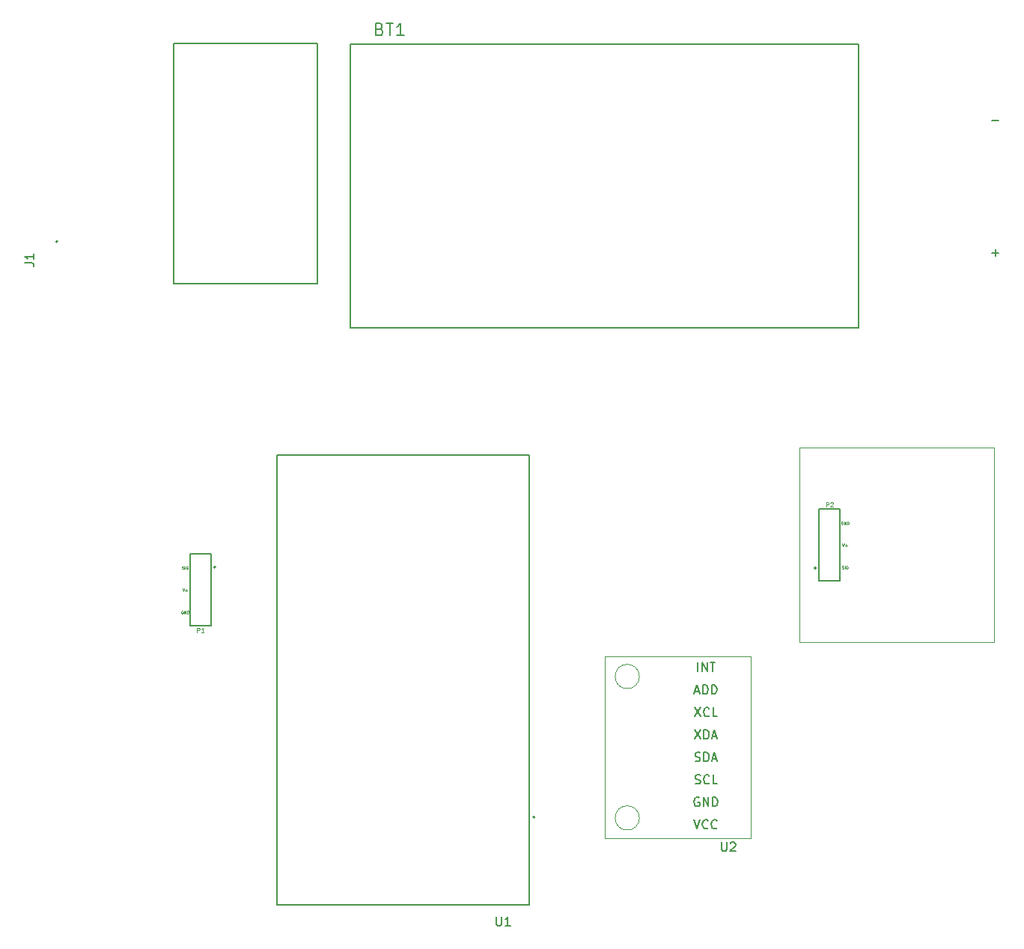
<source format=gbr>
%TF.GenerationSoftware,KiCad,Pcbnew,8.0.6*%
%TF.CreationDate,2025-01-02T10:31:57+08:00*%
%TF.ProjectId,qms_wearables,716d735f-7765-4617-9261-626c65732e6b,rev?*%
%TF.SameCoordinates,Original*%
%TF.FileFunction,Legend,Top*%
%TF.FilePolarity,Positive*%
%FSLAX46Y46*%
G04 Gerber Fmt 4.6, Leading zero omitted, Abs format (unit mm)*
G04 Created by KiCad (PCBNEW 8.0.6) date 2025-01-02 10:31:57*
%MOMM*%
%LPD*%
G01*
G04 APERTURE LIST*
%ADD10C,0.150000*%
%ADD11C,0.120224*%
%ADD12C,0.080234*%
%ADD13C,0.080161*%
%ADD14C,0.080268*%
%ADD15C,0.120000*%
%ADD16C,0.127000*%
%ADD17C,0.152400*%
%ADD18C,0.200000*%
G04 APERTURE END LIST*
D10*
X155448095Y-135217819D02*
X155448095Y-136027342D01*
X155448095Y-136027342D02*
X155495714Y-136122580D01*
X155495714Y-136122580D02*
X155543333Y-136170200D01*
X155543333Y-136170200D02*
X155638571Y-136217819D01*
X155638571Y-136217819D02*
X155829047Y-136217819D01*
X155829047Y-136217819D02*
X155924285Y-136170200D01*
X155924285Y-136170200D02*
X155971904Y-136122580D01*
X155971904Y-136122580D02*
X156019523Y-136027342D01*
X156019523Y-136027342D02*
X156019523Y-135217819D01*
X156448095Y-135313057D02*
X156495714Y-135265438D01*
X156495714Y-135265438D02*
X156590952Y-135217819D01*
X156590952Y-135217819D02*
X156829047Y-135217819D01*
X156829047Y-135217819D02*
X156924285Y-135265438D01*
X156924285Y-135265438D02*
X156971904Y-135313057D01*
X156971904Y-135313057D02*
X157019523Y-135408295D01*
X157019523Y-135408295D02*
X157019523Y-135503533D01*
X157019523Y-135503533D02*
X156971904Y-135646390D01*
X156971904Y-135646390D02*
X156400476Y-136217819D01*
X156400476Y-136217819D02*
X157019523Y-136217819D01*
X152479524Y-128550200D02*
X152622381Y-128597819D01*
X152622381Y-128597819D02*
X152860476Y-128597819D01*
X152860476Y-128597819D02*
X152955714Y-128550200D01*
X152955714Y-128550200D02*
X153003333Y-128502580D01*
X153003333Y-128502580D02*
X153050952Y-128407342D01*
X153050952Y-128407342D02*
X153050952Y-128312104D01*
X153050952Y-128312104D02*
X153003333Y-128216866D01*
X153003333Y-128216866D02*
X152955714Y-128169247D01*
X152955714Y-128169247D02*
X152860476Y-128121628D01*
X152860476Y-128121628D02*
X152670000Y-128074009D01*
X152670000Y-128074009D02*
X152574762Y-128026390D01*
X152574762Y-128026390D02*
X152527143Y-127978771D01*
X152527143Y-127978771D02*
X152479524Y-127883533D01*
X152479524Y-127883533D02*
X152479524Y-127788295D01*
X152479524Y-127788295D02*
X152527143Y-127693057D01*
X152527143Y-127693057D02*
X152574762Y-127645438D01*
X152574762Y-127645438D02*
X152670000Y-127597819D01*
X152670000Y-127597819D02*
X152908095Y-127597819D01*
X152908095Y-127597819D02*
X153050952Y-127645438D01*
X154050952Y-128502580D02*
X154003333Y-128550200D01*
X154003333Y-128550200D02*
X153860476Y-128597819D01*
X153860476Y-128597819D02*
X153765238Y-128597819D01*
X153765238Y-128597819D02*
X153622381Y-128550200D01*
X153622381Y-128550200D02*
X153527143Y-128454961D01*
X153527143Y-128454961D02*
X153479524Y-128359723D01*
X153479524Y-128359723D02*
X153431905Y-128169247D01*
X153431905Y-128169247D02*
X153431905Y-128026390D01*
X153431905Y-128026390D02*
X153479524Y-127835914D01*
X153479524Y-127835914D02*
X153527143Y-127740676D01*
X153527143Y-127740676D02*
X153622381Y-127645438D01*
X153622381Y-127645438D02*
X153765238Y-127597819D01*
X153765238Y-127597819D02*
X153860476Y-127597819D01*
X153860476Y-127597819D02*
X154003333Y-127645438D01*
X154003333Y-127645438D02*
X154050952Y-127693057D01*
X154955714Y-128597819D02*
X154479524Y-128597819D01*
X154479524Y-128597819D02*
X154479524Y-127597819D01*
X152765238Y-115897819D02*
X152765238Y-114897819D01*
X153241428Y-115897819D02*
X153241428Y-114897819D01*
X153241428Y-114897819D02*
X153812856Y-115897819D01*
X153812856Y-115897819D02*
X153812856Y-114897819D01*
X154146190Y-114897819D02*
X154717618Y-114897819D01*
X154431904Y-115897819D02*
X154431904Y-114897819D01*
X152408095Y-122517819D02*
X153074761Y-123517819D01*
X153074761Y-122517819D02*
X152408095Y-123517819D01*
X153455714Y-123517819D02*
X153455714Y-122517819D01*
X153455714Y-122517819D02*
X153693809Y-122517819D01*
X153693809Y-122517819D02*
X153836666Y-122565438D01*
X153836666Y-122565438D02*
X153931904Y-122660676D01*
X153931904Y-122660676D02*
X153979523Y-122755914D01*
X153979523Y-122755914D02*
X154027142Y-122946390D01*
X154027142Y-122946390D02*
X154027142Y-123089247D01*
X154027142Y-123089247D02*
X153979523Y-123279723D01*
X153979523Y-123279723D02*
X153931904Y-123374961D01*
X153931904Y-123374961D02*
X153836666Y-123470200D01*
X153836666Y-123470200D02*
X153693809Y-123517819D01*
X153693809Y-123517819D02*
X153455714Y-123517819D01*
X154408095Y-123232104D02*
X154884285Y-123232104D01*
X154312857Y-123517819D02*
X154646190Y-122517819D01*
X154646190Y-122517819D02*
X154979523Y-123517819D01*
X152431905Y-119977819D02*
X153098571Y-120977819D01*
X153098571Y-119977819D02*
X152431905Y-120977819D01*
X154050952Y-120882580D02*
X154003333Y-120930200D01*
X154003333Y-120930200D02*
X153860476Y-120977819D01*
X153860476Y-120977819D02*
X153765238Y-120977819D01*
X153765238Y-120977819D02*
X153622381Y-120930200D01*
X153622381Y-120930200D02*
X153527143Y-120834961D01*
X153527143Y-120834961D02*
X153479524Y-120739723D01*
X153479524Y-120739723D02*
X153431905Y-120549247D01*
X153431905Y-120549247D02*
X153431905Y-120406390D01*
X153431905Y-120406390D02*
X153479524Y-120215914D01*
X153479524Y-120215914D02*
X153527143Y-120120676D01*
X153527143Y-120120676D02*
X153622381Y-120025438D01*
X153622381Y-120025438D02*
X153765238Y-119977819D01*
X153765238Y-119977819D02*
X153860476Y-119977819D01*
X153860476Y-119977819D02*
X154003333Y-120025438D01*
X154003333Y-120025438D02*
X154050952Y-120073057D01*
X154955714Y-120977819D02*
X154479524Y-120977819D01*
X154479524Y-120977819D02*
X154479524Y-119977819D01*
X152455714Y-126010200D02*
X152598571Y-126057819D01*
X152598571Y-126057819D02*
X152836666Y-126057819D01*
X152836666Y-126057819D02*
X152931904Y-126010200D01*
X152931904Y-126010200D02*
X152979523Y-125962580D01*
X152979523Y-125962580D02*
X153027142Y-125867342D01*
X153027142Y-125867342D02*
X153027142Y-125772104D01*
X153027142Y-125772104D02*
X152979523Y-125676866D01*
X152979523Y-125676866D02*
X152931904Y-125629247D01*
X152931904Y-125629247D02*
X152836666Y-125581628D01*
X152836666Y-125581628D02*
X152646190Y-125534009D01*
X152646190Y-125534009D02*
X152550952Y-125486390D01*
X152550952Y-125486390D02*
X152503333Y-125438771D01*
X152503333Y-125438771D02*
X152455714Y-125343533D01*
X152455714Y-125343533D02*
X152455714Y-125248295D01*
X152455714Y-125248295D02*
X152503333Y-125153057D01*
X152503333Y-125153057D02*
X152550952Y-125105438D01*
X152550952Y-125105438D02*
X152646190Y-125057819D01*
X152646190Y-125057819D02*
X152884285Y-125057819D01*
X152884285Y-125057819D02*
X153027142Y-125105438D01*
X153455714Y-126057819D02*
X153455714Y-125057819D01*
X153455714Y-125057819D02*
X153693809Y-125057819D01*
X153693809Y-125057819D02*
X153836666Y-125105438D01*
X153836666Y-125105438D02*
X153931904Y-125200676D01*
X153931904Y-125200676D02*
X153979523Y-125295914D01*
X153979523Y-125295914D02*
X154027142Y-125486390D01*
X154027142Y-125486390D02*
X154027142Y-125629247D01*
X154027142Y-125629247D02*
X153979523Y-125819723D01*
X153979523Y-125819723D02*
X153931904Y-125914961D01*
X153931904Y-125914961D02*
X153836666Y-126010200D01*
X153836666Y-126010200D02*
X153693809Y-126057819D01*
X153693809Y-126057819D02*
X153455714Y-126057819D01*
X154408095Y-125772104D02*
X154884285Y-125772104D01*
X154312857Y-126057819D02*
X154646190Y-125057819D01*
X154646190Y-125057819D02*
X154979523Y-126057819D01*
X152431905Y-118152104D02*
X152908095Y-118152104D01*
X152336667Y-118437819D02*
X152670000Y-117437819D01*
X152670000Y-117437819D02*
X153003333Y-118437819D01*
X153336667Y-118437819D02*
X153336667Y-117437819D01*
X153336667Y-117437819D02*
X153574762Y-117437819D01*
X153574762Y-117437819D02*
X153717619Y-117485438D01*
X153717619Y-117485438D02*
X153812857Y-117580676D01*
X153812857Y-117580676D02*
X153860476Y-117675914D01*
X153860476Y-117675914D02*
X153908095Y-117866390D01*
X153908095Y-117866390D02*
X153908095Y-118009247D01*
X153908095Y-118009247D02*
X153860476Y-118199723D01*
X153860476Y-118199723D02*
X153812857Y-118294961D01*
X153812857Y-118294961D02*
X153717619Y-118390200D01*
X153717619Y-118390200D02*
X153574762Y-118437819D01*
X153574762Y-118437819D02*
X153336667Y-118437819D01*
X154336667Y-118437819D02*
X154336667Y-117437819D01*
X154336667Y-117437819D02*
X154574762Y-117437819D01*
X154574762Y-117437819D02*
X154717619Y-117485438D01*
X154717619Y-117485438D02*
X154812857Y-117580676D01*
X154812857Y-117580676D02*
X154860476Y-117675914D01*
X154860476Y-117675914D02*
X154908095Y-117866390D01*
X154908095Y-117866390D02*
X154908095Y-118009247D01*
X154908095Y-118009247D02*
X154860476Y-118199723D01*
X154860476Y-118199723D02*
X154812857Y-118294961D01*
X154812857Y-118294961D02*
X154717619Y-118390200D01*
X154717619Y-118390200D02*
X154574762Y-118437819D01*
X154574762Y-118437819D02*
X154336667Y-118437819D01*
X152908095Y-130185438D02*
X152812857Y-130137819D01*
X152812857Y-130137819D02*
X152670000Y-130137819D01*
X152670000Y-130137819D02*
X152527143Y-130185438D01*
X152527143Y-130185438D02*
X152431905Y-130280676D01*
X152431905Y-130280676D02*
X152384286Y-130375914D01*
X152384286Y-130375914D02*
X152336667Y-130566390D01*
X152336667Y-130566390D02*
X152336667Y-130709247D01*
X152336667Y-130709247D02*
X152384286Y-130899723D01*
X152384286Y-130899723D02*
X152431905Y-130994961D01*
X152431905Y-130994961D02*
X152527143Y-131090200D01*
X152527143Y-131090200D02*
X152670000Y-131137819D01*
X152670000Y-131137819D02*
X152765238Y-131137819D01*
X152765238Y-131137819D02*
X152908095Y-131090200D01*
X152908095Y-131090200D02*
X152955714Y-131042580D01*
X152955714Y-131042580D02*
X152955714Y-130709247D01*
X152955714Y-130709247D02*
X152765238Y-130709247D01*
X153384286Y-131137819D02*
X153384286Y-130137819D01*
X153384286Y-130137819D02*
X153955714Y-131137819D01*
X153955714Y-131137819D02*
X153955714Y-130137819D01*
X154431905Y-131137819D02*
X154431905Y-130137819D01*
X154431905Y-130137819D02*
X154670000Y-130137819D01*
X154670000Y-130137819D02*
X154812857Y-130185438D01*
X154812857Y-130185438D02*
X154908095Y-130280676D01*
X154908095Y-130280676D02*
X154955714Y-130375914D01*
X154955714Y-130375914D02*
X155003333Y-130566390D01*
X155003333Y-130566390D02*
X155003333Y-130709247D01*
X155003333Y-130709247D02*
X154955714Y-130899723D01*
X154955714Y-130899723D02*
X154908095Y-130994961D01*
X154908095Y-130994961D02*
X154812857Y-131090200D01*
X154812857Y-131090200D02*
X154670000Y-131137819D01*
X154670000Y-131137819D02*
X154431905Y-131137819D01*
X152336667Y-132677819D02*
X152670000Y-133677819D01*
X152670000Y-133677819D02*
X153003333Y-132677819D01*
X153908095Y-133582580D02*
X153860476Y-133630200D01*
X153860476Y-133630200D02*
X153717619Y-133677819D01*
X153717619Y-133677819D02*
X153622381Y-133677819D01*
X153622381Y-133677819D02*
X153479524Y-133630200D01*
X153479524Y-133630200D02*
X153384286Y-133534961D01*
X153384286Y-133534961D02*
X153336667Y-133439723D01*
X153336667Y-133439723D02*
X153289048Y-133249247D01*
X153289048Y-133249247D02*
X153289048Y-133106390D01*
X153289048Y-133106390D02*
X153336667Y-132915914D01*
X153336667Y-132915914D02*
X153384286Y-132820676D01*
X153384286Y-132820676D02*
X153479524Y-132725438D01*
X153479524Y-132725438D02*
X153622381Y-132677819D01*
X153622381Y-132677819D02*
X153717619Y-132677819D01*
X153717619Y-132677819D02*
X153860476Y-132725438D01*
X153860476Y-132725438D02*
X153908095Y-132773057D01*
X154908095Y-133582580D02*
X154860476Y-133630200D01*
X154860476Y-133630200D02*
X154717619Y-133677819D01*
X154717619Y-133677819D02*
X154622381Y-133677819D01*
X154622381Y-133677819D02*
X154479524Y-133630200D01*
X154479524Y-133630200D02*
X154384286Y-133534961D01*
X154384286Y-133534961D02*
X154336667Y-133439723D01*
X154336667Y-133439723D02*
X154289048Y-133249247D01*
X154289048Y-133249247D02*
X154289048Y-133106390D01*
X154289048Y-133106390D02*
X154336667Y-132915914D01*
X154336667Y-132915914D02*
X154384286Y-132820676D01*
X154384286Y-132820676D02*
X154479524Y-132725438D01*
X154479524Y-132725438D02*
X154622381Y-132677819D01*
X154622381Y-132677819D02*
X154717619Y-132677819D01*
X154717619Y-132677819D02*
X154860476Y-132725438D01*
X154860476Y-132725438D02*
X154908095Y-132773057D01*
D11*
X96141004Y-111459497D02*
X96141004Y-110978603D01*
X96141004Y-110978603D02*
X96324202Y-110978603D01*
X96324202Y-110978603D02*
X96370001Y-111001503D01*
X96370001Y-111001503D02*
X96392901Y-111024403D01*
X96392901Y-111024403D02*
X96415801Y-111070202D01*
X96415801Y-111070202D02*
X96415801Y-111138901D01*
X96415801Y-111138901D02*
X96392901Y-111184701D01*
X96392901Y-111184701D02*
X96370001Y-111207600D01*
X96370001Y-111207600D02*
X96324202Y-111230500D01*
X96324202Y-111230500D02*
X96141004Y-111230500D01*
X96873795Y-111459497D02*
X96598998Y-111459497D01*
X96736397Y-111459497D02*
X96736397Y-110978603D01*
X96736397Y-110978603D02*
X96690597Y-111047302D01*
X96690597Y-111047302D02*
X96644798Y-111093102D01*
X96644798Y-111093102D02*
X96598998Y-111116002D01*
D12*
X94436304Y-104301706D02*
X94482152Y-104316988D01*
X94482152Y-104316988D02*
X94558565Y-104316988D01*
X94558565Y-104316988D02*
X94589130Y-104301706D01*
X94589130Y-104301706D02*
X94604413Y-104286423D01*
X94604413Y-104286423D02*
X94619695Y-104255858D01*
X94619695Y-104255858D02*
X94619695Y-104225292D01*
X94619695Y-104225292D02*
X94604413Y-104194727D01*
X94604413Y-104194727D02*
X94589130Y-104179445D01*
X94589130Y-104179445D02*
X94558565Y-104164162D01*
X94558565Y-104164162D02*
X94497434Y-104148879D01*
X94497434Y-104148879D02*
X94466869Y-104133597D01*
X94466869Y-104133597D02*
X94451587Y-104118314D01*
X94451587Y-104118314D02*
X94436304Y-104087749D01*
X94436304Y-104087749D02*
X94436304Y-104057184D01*
X94436304Y-104057184D02*
X94451587Y-104026618D01*
X94451587Y-104026618D02*
X94466869Y-104011336D01*
X94466869Y-104011336D02*
X94497434Y-103996053D01*
X94497434Y-103996053D02*
X94573848Y-103996053D01*
X94573848Y-103996053D02*
X94619695Y-104011336D01*
X94757239Y-104316988D02*
X94757239Y-103996053D01*
X95078173Y-104011336D02*
X95047608Y-103996053D01*
X95047608Y-103996053D02*
X95001760Y-103996053D01*
X95001760Y-103996053D02*
X94955912Y-104011336D01*
X94955912Y-104011336D02*
X94925347Y-104041901D01*
X94925347Y-104041901D02*
X94910065Y-104072466D01*
X94910065Y-104072466D02*
X94894782Y-104133597D01*
X94894782Y-104133597D02*
X94894782Y-104179445D01*
X94894782Y-104179445D02*
X94910065Y-104240575D01*
X94910065Y-104240575D02*
X94925347Y-104271140D01*
X94925347Y-104271140D02*
X94955912Y-104301706D01*
X94955912Y-104301706D02*
X95001760Y-104316988D01*
X95001760Y-104316988D02*
X95032326Y-104316988D01*
X95032326Y-104316988D02*
X95078173Y-104301706D01*
X95078173Y-104301706D02*
X95093456Y-104286423D01*
X95093456Y-104286423D02*
X95093456Y-104179445D01*
X95093456Y-104179445D02*
X95032326Y-104179445D01*
D13*
X94522178Y-109023821D02*
X94491641Y-109008552D01*
X94491641Y-109008552D02*
X94445834Y-109008552D01*
X94445834Y-109008552D02*
X94400028Y-109023821D01*
X94400028Y-109023821D02*
X94369490Y-109054359D01*
X94369490Y-109054359D02*
X94354222Y-109084896D01*
X94354222Y-109084896D02*
X94338953Y-109145972D01*
X94338953Y-109145972D02*
X94338953Y-109191778D01*
X94338953Y-109191778D02*
X94354222Y-109252853D01*
X94354222Y-109252853D02*
X94369490Y-109283391D01*
X94369490Y-109283391D02*
X94400028Y-109313929D01*
X94400028Y-109313929D02*
X94445834Y-109329197D01*
X94445834Y-109329197D02*
X94476372Y-109329197D01*
X94476372Y-109329197D02*
X94522178Y-109313929D01*
X94522178Y-109313929D02*
X94537447Y-109298660D01*
X94537447Y-109298660D02*
X94537447Y-109191778D01*
X94537447Y-109191778D02*
X94476372Y-109191778D01*
X94674867Y-109329197D02*
X94674867Y-109008552D01*
X94674867Y-109008552D02*
X94858092Y-109329197D01*
X94858092Y-109329197D02*
X94858092Y-109008552D01*
X95010781Y-109329197D02*
X95010781Y-109008552D01*
X95010781Y-109008552D02*
X95087125Y-109008552D01*
X95087125Y-109008552D02*
X95132931Y-109023821D01*
X95132931Y-109023821D02*
X95163469Y-109054359D01*
X95163469Y-109054359D02*
X95178737Y-109084896D01*
X95178737Y-109084896D02*
X95194006Y-109145972D01*
X95194006Y-109145972D02*
X95194006Y-109191778D01*
X95194006Y-109191778D02*
X95178737Y-109252853D01*
X95178737Y-109252853D02*
X95163469Y-109283391D01*
X95163469Y-109283391D02*
X95132931Y-109313929D01*
X95132931Y-109313929D02*
X95087125Y-109329197D01*
X95087125Y-109329197D02*
X95010781Y-109329197D01*
D14*
X94458357Y-106503288D02*
X94565381Y-106824360D01*
X94565381Y-106824360D02*
X94672405Y-106503288D01*
X94779429Y-106702047D02*
X95024056Y-106702047D01*
X94901742Y-106824360D02*
X94901742Y-106579733D01*
D10*
X129973095Y-143654819D02*
X129973095Y-144464342D01*
X129973095Y-144464342D02*
X130020714Y-144559580D01*
X130020714Y-144559580D02*
X130068333Y-144607200D01*
X130068333Y-144607200D02*
X130163571Y-144654819D01*
X130163571Y-144654819D02*
X130354047Y-144654819D01*
X130354047Y-144654819D02*
X130449285Y-144607200D01*
X130449285Y-144607200D02*
X130496904Y-144559580D01*
X130496904Y-144559580D02*
X130544523Y-144464342D01*
X130544523Y-144464342D02*
X130544523Y-143654819D01*
X131544523Y-144654819D02*
X130973095Y-144654819D01*
X131258809Y-144654819D02*
X131258809Y-143654819D01*
X131258809Y-143654819D02*
X131163571Y-143797676D01*
X131163571Y-143797676D02*
X131068333Y-143892914D01*
X131068333Y-143892914D02*
X130973095Y-143940533D01*
D11*
X167309104Y-97252941D02*
X167309104Y-96772047D01*
X167309104Y-96772047D02*
X167492302Y-96772047D01*
X167492302Y-96772047D02*
X167538101Y-96794947D01*
X167538101Y-96794947D02*
X167561001Y-96817847D01*
X167561001Y-96817847D02*
X167583901Y-96863646D01*
X167583901Y-96863646D02*
X167583901Y-96932345D01*
X167583901Y-96932345D02*
X167561001Y-96978145D01*
X167561001Y-96978145D02*
X167538101Y-97001044D01*
X167538101Y-97001044D02*
X167492302Y-97023944D01*
X167492302Y-97023944D02*
X167309104Y-97023944D01*
X167767098Y-96817847D02*
X167789998Y-96794947D01*
X167789998Y-96794947D02*
X167835798Y-96772047D01*
X167835798Y-96772047D02*
X167950296Y-96772047D01*
X167950296Y-96772047D02*
X167996096Y-96794947D01*
X167996096Y-96794947D02*
X168018995Y-96817847D01*
X168018995Y-96817847D02*
X168041895Y-96863646D01*
X168041895Y-96863646D02*
X168041895Y-96909446D01*
X168041895Y-96909446D02*
X168018995Y-96978145D01*
X168018995Y-96978145D02*
X167744199Y-97252941D01*
X167744199Y-97252941D02*
X168041895Y-97252941D01*
D12*
X169066544Y-104236326D02*
X169112392Y-104251608D01*
X169112392Y-104251608D02*
X169188805Y-104251608D01*
X169188805Y-104251608D02*
X169219370Y-104236326D01*
X169219370Y-104236326D02*
X169234653Y-104221043D01*
X169234653Y-104221043D02*
X169249935Y-104190478D01*
X169249935Y-104190478D02*
X169249935Y-104159912D01*
X169249935Y-104159912D02*
X169234653Y-104129347D01*
X169234653Y-104129347D02*
X169219370Y-104114065D01*
X169219370Y-104114065D02*
X169188805Y-104098782D01*
X169188805Y-104098782D02*
X169127674Y-104083499D01*
X169127674Y-104083499D02*
X169097109Y-104068217D01*
X169097109Y-104068217D02*
X169081827Y-104052934D01*
X169081827Y-104052934D02*
X169066544Y-104022369D01*
X169066544Y-104022369D02*
X169066544Y-103991804D01*
X169066544Y-103991804D02*
X169081827Y-103961238D01*
X169081827Y-103961238D02*
X169097109Y-103945956D01*
X169097109Y-103945956D02*
X169127674Y-103930673D01*
X169127674Y-103930673D02*
X169204088Y-103930673D01*
X169204088Y-103930673D02*
X169249935Y-103945956D01*
X169387479Y-104251608D02*
X169387479Y-103930673D01*
X169708413Y-103945956D02*
X169677848Y-103930673D01*
X169677848Y-103930673D02*
X169632000Y-103930673D01*
X169632000Y-103930673D02*
X169586152Y-103945956D01*
X169586152Y-103945956D02*
X169555587Y-103976521D01*
X169555587Y-103976521D02*
X169540305Y-104007086D01*
X169540305Y-104007086D02*
X169525022Y-104068217D01*
X169525022Y-104068217D02*
X169525022Y-104114065D01*
X169525022Y-104114065D02*
X169540305Y-104175195D01*
X169540305Y-104175195D02*
X169555587Y-104205760D01*
X169555587Y-104205760D02*
X169586152Y-104236326D01*
X169586152Y-104236326D02*
X169632000Y-104251608D01*
X169632000Y-104251608D02*
X169662566Y-104251608D01*
X169662566Y-104251608D02*
X169708413Y-104236326D01*
X169708413Y-104236326D02*
X169723696Y-104221043D01*
X169723696Y-104221043D02*
X169723696Y-104114065D01*
X169723696Y-104114065D02*
X169662566Y-104114065D01*
D14*
X169090077Y-101423288D02*
X169197101Y-101744360D01*
X169197101Y-101744360D02*
X169304125Y-101423288D01*
X169411149Y-101622047D02*
X169655776Y-101622047D01*
X169533462Y-101744360D02*
X169533462Y-101499733D01*
D13*
X169149218Y-98933761D02*
X169118681Y-98918492D01*
X169118681Y-98918492D02*
X169072874Y-98918492D01*
X169072874Y-98918492D02*
X169027068Y-98933761D01*
X169027068Y-98933761D02*
X168996530Y-98964299D01*
X168996530Y-98964299D02*
X168981262Y-98994836D01*
X168981262Y-98994836D02*
X168965993Y-99055912D01*
X168965993Y-99055912D02*
X168965993Y-99101718D01*
X168965993Y-99101718D02*
X168981262Y-99162793D01*
X168981262Y-99162793D02*
X168996530Y-99193331D01*
X168996530Y-99193331D02*
X169027068Y-99223869D01*
X169027068Y-99223869D02*
X169072874Y-99239137D01*
X169072874Y-99239137D02*
X169103412Y-99239137D01*
X169103412Y-99239137D02*
X169149218Y-99223869D01*
X169149218Y-99223869D02*
X169164487Y-99208600D01*
X169164487Y-99208600D02*
X169164487Y-99101718D01*
X169164487Y-99101718D02*
X169103412Y-99101718D01*
X169301907Y-99239137D02*
X169301907Y-98918492D01*
X169301907Y-98918492D02*
X169485132Y-99239137D01*
X169485132Y-99239137D02*
X169485132Y-98918492D01*
X169637821Y-99239137D02*
X169637821Y-98918492D01*
X169637821Y-98918492D02*
X169714165Y-98918492D01*
X169714165Y-98918492D02*
X169759971Y-98933761D01*
X169759971Y-98933761D02*
X169790509Y-98964299D01*
X169790509Y-98964299D02*
X169805777Y-98994836D01*
X169805777Y-98994836D02*
X169821046Y-99055912D01*
X169821046Y-99055912D02*
X169821046Y-99101718D01*
X169821046Y-99101718D02*
X169805777Y-99162793D01*
X169805777Y-99162793D02*
X169790509Y-99193331D01*
X169790509Y-99193331D02*
X169759971Y-99223869D01*
X169759971Y-99223869D02*
X169714165Y-99239137D01*
X169714165Y-99239137D02*
X169637821Y-99239137D01*
D10*
X116786750Y-43202533D02*
X116986750Y-43269200D01*
X116986750Y-43269200D02*
X117053416Y-43335866D01*
X117053416Y-43335866D02*
X117120083Y-43469200D01*
X117120083Y-43469200D02*
X117120083Y-43669200D01*
X117120083Y-43669200D02*
X117053416Y-43802533D01*
X117053416Y-43802533D02*
X116986750Y-43869200D01*
X116986750Y-43869200D02*
X116853416Y-43935866D01*
X116853416Y-43935866D02*
X116320083Y-43935866D01*
X116320083Y-43935866D02*
X116320083Y-42535866D01*
X116320083Y-42535866D02*
X116786750Y-42535866D01*
X116786750Y-42535866D02*
X116920083Y-42602533D01*
X116920083Y-42602533D02*
X116986750Y-42669200D01*
X116986750Y-42669200D02*
X117053416Y-42802533D01*
X117053416Y-42802533D02*
X117053416Y-42935866D01*
X117053416Y-42935866D02*
X116986750Y-43069200D01*
X116986750Y-43069200D02*
X116920083Y-43135866D01*
X116920083Y-43135866D02*
X116786750Y-43202533D01*
X116786750Y-43202533D02*
X116320083Y-43202533D01*
X117520083Y-42535866D02*
X118320083Y-42535866D01*
X117920083Y-43935866D02*
X117920083Y-42535866D01*
X119520083Y-43935866D02*
X118720083Y-43935866D01*
X119120083Y-43935866D02*
X119120083Y-42535866D01*
X119120083Y-42535866D02*
X118986750Y-42735866D01*
X118986750Y-42735866D02*
X118853417Y-42869200D01*
X118853417Y-42869200D02*
X118720083Y-42935866D01*
X186040798Y-68533866D02*
X186802703Y-68533866D01*
X186421750Y-68914819D02*
X186421750Y-68152914D01*
X186040798Y-53533866D02*
X186802703Y-53533866D01*
X76664819Y-69663333D02*
X77379104Y-69663333D01*
X77379104Y-69663333D02*
X77521961Y-69710952D01*
X77521961Y-69710952D02*
X77617200Y-69806190D01*
X77617200Y-69806190D02*
X77664819Y-69949047D01*
X77664819Y-69949047D02*
X77664819Y-70044285D01*
X77664819Y-68663333D02*
X77664819Y-69234761D01*
X77664819Y-68949047D02*
X76664819Y-68949047D01*
X76664819Y-68949047D02*
X76807676Y-69044285D01*
X76807676Y-69044285D02*
X76902914Y-69139523D01*
X76902914Y-69139523D02*
X76950533Y-69234761D01*
D15*
%TO.C,U2*%
X142240000Y-114173000D02*
X158750000Y-114173000D01*
X142240000Y-134747000D02*
X142240000Y-114173000D01*
X158750000Y-114173000D02*
X158750000Y-134747000D01*
X158750000Y-134747000D02*
X142240000Y-134747000D01*
X146147832Y-116459000D02*
G75*
G02*
X143412168Y-116459000I-1367832J0D01*
G01*
X143412168Y-116459000D02*
G75*
G02*
X146147832Y-116459000I1367832J0D01*
G01*
X146147832Y-132461000D02*
G75*
G02*
X143412168Y-132461000I-1367832J0D01*
G01*
X143412168Y-132461000D02*
G75*
G02*
X146147832Y-132461000I1367832J0D01*
G01*
D16*
%TO.C,P1*%
X95315000Y-102615000D02*
X97725000Y-102615000D01*
X95315000Y-110745000D02*
X95315000Y-102615000D01*
X97725000Y-102615000D02*
X97725000Y-110745000D01*
X97725000Y-110745000D02*
X95315000Y-110745000D01*
D17*
X98220000Y-104080000D02*
G75*
G02*
X98020000Y-104080000I-100000J0D01*
G01*
X98020000Y-104080000D02*
G75*
G02*
X98220000Y-104080000I100000J0D01*
G01*
D16*
%TO.C,U1*%
X105150000Y-91365000D02*
X133660000Y-91365000D01*
X105150000Y-142315000D02*
X105150000Y-91365000D01*
X105150000Y-142315000D02*
X105150000Y-91365000D01*
X110600000Y-91365000D02*
X105150000Y-91365000D01*
X115880000Y-142315000D02*
X105150000Y-142315000D01*
X122591000Y-142315000D02*
X115880000Y-142315000D01*
X128290000Y-91365000D02*
X110600000Y-91365000D01*
X133660000Y-91365000D02*
X128290000Y-91365000D01*
X133660000Y-91365000D02*
X133660000Y-142315000D01*
X133660000Y-91365000D02*
X133660000Y-142315000D01*
X133660000Y-142315000D02*
X105150000Y-142315000D01*
X133660000Y-142315000D02*
X122591000Y-142315000D01*
D18*
X134330000Y-132355000D02*
G75*
G02*
X134130000Y-132355000I-100000J0D01*
G01*
X134130000Y-132355000D02*
G75*
G02*
X134330000Y-132355000I100000J0D01*
G01*
D16*
%TO.C,P2*%
X166435000Y-97535000D02*
X168845000Y-97535000D01*
X166435000Y-105665000D02*
X166435000Y-97535000D01*
X168845000Y-97535000D02*
X168845000Y-105665000D01*
X168845000Y-105665000D02*
X166435000Y-105665000D01*
D15*
X164260000Y-90600000D02*
X186260000Y-90600000D01*
X186260000Y-112600000D01*
X164260000Y-112600000D01*
X164260000Y-90600000D01*
D17*
X166140000Y-104200000D02*
G75*
G02*
X165940000Y-104200000I-100000J0D01*
G01*
X165940000Y-104200000D02*
G75*
G02*
X166140000Y-104200000I100000J0D01*
G01*
D16*
%TO.C,BT1*%
X113441750Y-44935000D02*
X113441750Y-76985000D01*
X113441750Y-44935000D02*
X170921750Y-44935000D01*
X113441750Y-76985000D02*
X170921750Y-76985000D01*
X170921750Y-76985000D02*
X170921750Y-44935000D01*
%TO.C,J1*%
X93460000Y-44830000D02*
X109740000Y-44830000D01*
X93460000Y-72010000D02*
X93460000Y-44830000D01*
X109740000Y-44830000D02*
X109740000Y-72010000D01*
X109740000Y-72010000D02*
X93460000Y-72010000D01*
D18*
X80340000Y-67250000D02*
G75*
G02*
X80140000Y-67250000I-100000J0D01*
G01*
X80140000Y-67250000D02*
G75*
G02*
X80340000Y-67250000I100000J0D01*
G01*
%TD*%
M02*

</source>
